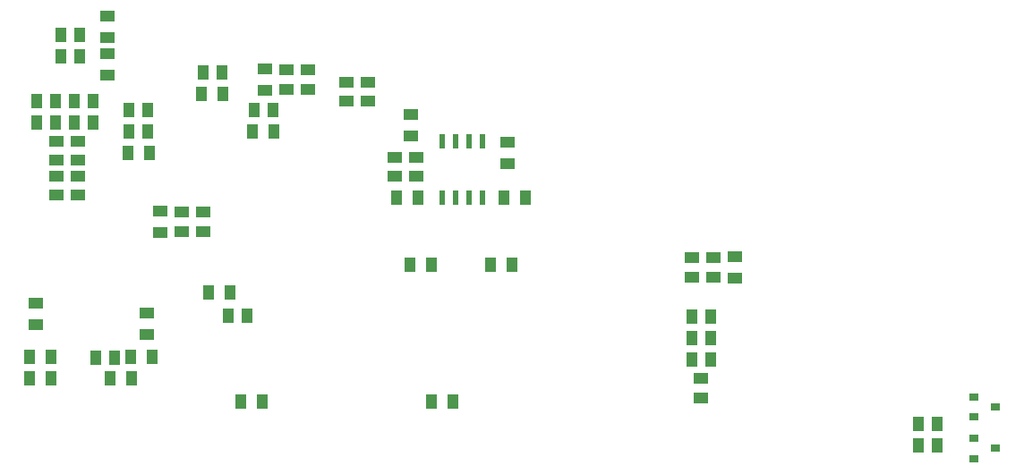
<source format=gbp>
%TF.GenerationSoftware,Altium Limited,CircuitMaker,2.0.2 (2.0.2.40)*%
G04 Layer_Color=16770453*
%FSLAX25Y25*%
%MOIN*%
%TF.SameCoordinates,55457101-24DF-47E6-B24E-7804918367A6*%
%TF.FilePolarity,Positive*%
%TF.FileFunction,Paste,Bot*%
%TF.Part,Single*%
G01*
G75*
%TA.AperFunction,SMDPad,CuDef*%
%ADD10R,0.04000X0.05800*%
%ADD11R,0.03937X0.05315*%
%ADD27R,0.05800X0.04000*%
%ADD31R,0.05315X0.03937*%
%ADD89R,0.02362X0.05512*%
%ADD90R,0.03543X0.03150*%
D10*
X56500Y125000D02*
D03*
X48500D02*
D03*
X12000Y49000D02*
D03*
X20000D02*
D03*
X49500D02*
D03*
X57500D02*
D03*
X86500Y73000D02*
D03*
X78500D02*
D03*
X76000Y147000D02*
D03*
X84000D02*
D03*
X95000Y133000D02*
D03*
X103000D02*
D03*
X148500Y108500D02*
D03*
X156500D02*
D03*
X196500D02*
D03*
X188500D02*
D03*
X153500Y83500D02*
D03*
X161500D02*
D03*
X191500D02*
D03*
X183500D02*
D03*
X50000Y41000D02*
D03*
X42000D02*
D03*
X90500Y32500D02*
D03*
X98500D02*
D03*
X161500D02*
D03*
X169500D02*
D03*
X20000Y41000D02*
D03*
X12000D02*
D03*
D11*
X56043Y133000D02*
D03*
X48957D02*
D03*
X56043Y141000D02*
D03*
X48957D02*
D03*
X23457Y169000D02*
D03*
X30543D02*
D03*
X23457Y161000D02*
D03*
X30543D02*
D03*
X14457Y144500D02*
D03*
X21543D02*
D03*
X21543Y136500D02*
D03*
X14457D02*
D03*
X28457Y144500D02*
D03*
X35543D02*
D03*
Y136500D02*
D03*
X28457D02*
D03*
X43543Y48874D02*
D03*
X36457D02*
D03*
X93043Y64500D02*
D03*
X85957D02*
D03*
X83543Y155000D02*
D03*
X76457D02*
D03*
X102543Y141000D02*
D03*
X95457D02*
D03*
X265543Y56000D02*
D03*
X258457D02*
D03*
X265543Y48000D02*
D03*
X258457D02*
D03*
X342957Y24000D02*
D03*
X350043D02*
D03*
X342957Y16000D02*
D03*
X350043D02*
D03*
X258457Y64000D02*
D03*
X265543D02*
D03*
D27*
X41000Y168000D02*
D03*
Y176000D02*
D03*
Y154000D02*
D03*
Y162000D02*
D03*
X14250Y61000D02*
D03*
Y69000D02*
D03*
X55500Y57500D02*
D03*
Y65500D02*
D03*
X99500Y156500D02*
D03*
Y148500D02*
D03*
X154000Y139500D02*
D03*
Y131500D02*
D03*
X190000Y129000D02*
D03*
Y121000D02*
D03*
X274500Y78500D02*
D03*
Y86500D02*
D03*
X60500Y95500D02*
D03*
Y103500D02*
D03*
D31*
X30000Y122457D02*
D03*
Y129543D02*
D03*
X22000Y122457D02*
D03*
Y129543D02*
D03*
X30000Y116543D02*
D03*
Y109457D02*
D03*
X22000D02*
D03*
Y116543D02*
D03*
X107500Y148957D02*
D03*
Y156043D02*
D03*
X115500Y148957D02*
D03*
Y156043D02*
D03*
X130000Y144457D02*
D03*
Y151543D02*
D03*
X138000D02*
D03*
Y144457D02*
D03*
X148000Y123543D02*
D03*
Y116457D02*
D03*
X156000Y116457D02*
D03*
Y123543D02*
D03*
X258500Y86043D02*
D03*
Y78957D02*
D03*
X266500D02*
D03*
Y86043D02*
D03*
X262000Y33957D02*
D03*
Y41043D02*
D03*
X76500Y95957D02*
D03*
Y103043D02*
D03*
X68500Y95957D02*
D03*
Y103043D02*
D03*
D89*
X180500Y108500D02*
D03*
X175500D02*
D03*
X170500D02*
D03*
X165500D02*
D03*
X180500Y129500D02*
D03*
X175500D02*
D03*
X170500D02*
D03*
X165500D02*
D03*
D90*
X363563Y26760D02*
D03*
Y34240D02*
D03*
X371437Y30500D02*
D03*
X363563Y11260D02*
D03*
Y18740D02*
D03*
X371437Y15000D02*
D03*
%TF.MD5,9545756491eea4913c26292537103629*%
M02*

</source>
